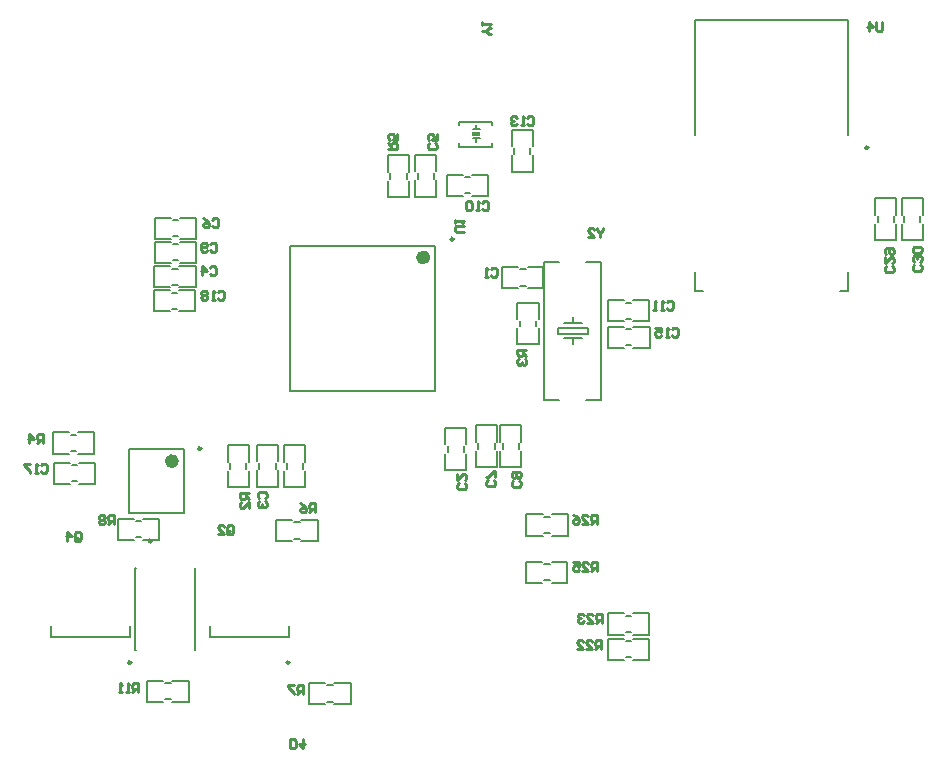
<source format=gbo>
G04*
G04 #@! TF.GenerationSoftware,Altium Limited,Altium Designer,20.2.6 (244)*
G04*
G04 Layer_Color=32896*
%FSTAX24Y24*%
%MOIN*%
G70*
G04*
G04 #@! TF.SameCoordinates,20AB1978-7CCD-4664-BF1E-2587ED644C09*
G04*
G04*
G04 #@! TF.FilePolarity,Positive*
G04*
G01*
G75*
%ADD10C,0.0079*%
%ADD11C,0.0098*%
%ADD12C,0.0100*%
%ADD15C,0.0070*%
%ADD16C,0.0236*%
%ADD18C,0.0050*%
%ADD123R,0.0250X0.0140*%
D10*
X02205Y0103D02*
X02275D01*
X02205Y01168D02*
X02275D01*
Y0103D02*
Y010829D01*
Y011134D02*
Y01168D01*
X02205Y011134D02*
Y01168D01*
Y0103D02*
Y010829D01*
X014796Y011106D02*
X015506D01*
Y010561D02*
Y011106D01*
X014796Y010561D02*
Y011106D01*
Y009728D02*
Y010256D01*
Y009728D02*
X015506D01*
Y010256D01*
X01577Y011106D02*
X01647D01*
X01577Y009726D02*
X01647D01*
X01577Y010576D02*
Y011106D01*
Y009726D02*
Y010271D01*
X01647Y009726D02*
Y010271D01*
Y010576D02*
Y011106D01*
X016859Y012919D02*
X021701D01*
X016859Y017761D02*
X021701D01*
X016859Y012919D02*
Y017761D01*
X021701Y012919D02*
Y017761D01*
X011514Y008847D02*
X013326D01*
X011514Y010973D02*
X013326D01*
X011514Y008847D02*
Y010973D01*
X013326Y008847D02*
Y010973D01*
X035481Y016243D02*
Y016873D01*
X030363Y016243D02*
X03065D01*
X030363D02*
Y016873D01*
X035193Y016243D02*
X035481D01*
Y02144D02*
Y025299D01*
X030363D02*
X035481D01*
X030363Y02144D02*
Y025299D01*
X008911Y004714D02*
Y005068D01*
Y004714D02*
X011549D01*
Y005068D01*
X01171Y004276D02*
Y007032D01*
X013692Y004276D02*
X01371D01*
X01171D02*
X011728D01*
X01371D02*
Y007032D01*
X013692D02*
X01371D01*
X01171D02*
X011728D01*
X012509Y00795D02*
Y00866D01*
X011964Y00795D02*
X012509D01*
X011964Y00866D02*
X012509D01*
X011131D02*
X011659D01*
X011131Y00795D02*
Y00866D01*
Y00795D02*
X011659D01*
X012117Y002554D02*
X012645D01*
X012117D02*
Y003264D01*
X012645D01*
X01295D02*
X013495D01*
X01295Y002554D02*
X013495D01*
Y003264D01*
X016829Y004714D02*
Y005068D01*
X014191Y004714D02*
X016829D01*
X014191D02*
Y005068D01*
X017789Y00791D02*
Y00862D01*
X017244Y00791D02*
X017789D01*
X017244Y00862D02*
X017789D01*
X016411D02*
X016939D01*
X016411Y00791D02*
Y00862D01*
Y00791D02*
X016939D01*
X018889Y00248D02*
Y00319D01*
X018344Y00248D02*
X018889D01*
X018344Y00319D02*
X018889D01*
X017511D02*
X018039D01*
X017511Y00248D02*
Y00319D01*
Y00248D02*
X018039D01*
X008971Y01083D02*
X009499D01*
X008971D02*
Y01154D01*
X009499D01*
X009804D02*
X010349D01*
X009804Y01083D02*
X010349D01*
Y01154D01*
X009Y00983D02*
Y01053D01*
X01038Y00983D02*
Y01053D01*
X009Y00983D02*
X009529D01*
X009834D02*
X01038D01*
X009834Y01053D02*
X01038D01*
X009D02*
X009529D01*
X024741Y00652D02*
Y00723D01*
X025286D01*
X024741Y00652D02*
X025286D01*
X025591D02*
X026119D01*
Y00723D01*
X025591D02*
X026119D01*
X024743Y008096D02*
Y008806D01*
X025288D01*
X024743Y008096D02*
X025288D01*
X025593D02*
X026121D01*
Y008806D01*
X025593D02*
X026121D01*
X027461Y00395D02*
X027989D01*
X027461D02*
Y00466D01*
X027989D01*
X028294D02*
X028839D01*
X028294Y00395D02*
X028839D01*
Y00466D01*
X027459Y004794D02*
X027987D01*
X027459D02*
Y005504D01*
X027987D01*
X028292D02*
X028837D01*
X028292Y004794D02*
X028837D01*
Y005504D01*
X03726Y01796D02*
Y018489D01*
Y018794D02*
Y01934D01*
X03796Y018794D02*
Y01934D01*
Y01796D02*
Y018489D01*
X03726Y01934D02*
X03796D01*
X03726Y01796D02*
X03796D01*
X03638D02*
Y018489D01*
Y018794D02*
Y01934D01*
X03708Y018794D02*
Y01934D01*
Y01796D02*
Y018489D01*
X03638Y01934D02*
X03708D01*
X03638Y01796D02*
X03708D01*
X024261Y021602D02*
X024961D01*
X024261Y020222D02*
X024961D01*
X024261Y021073D02*
Y021602D01*
Y020222D02*
Y020768D01*
X024961Y020222D02*
Y020768D01*
Y021073D02*
Y021602D01*
X0221Y01943D02*
Y02013D01*
X02348Y01943D02*
Y02013D01*
X0221Y01943D02*
X022629D01*
X022934D02*
X02348D01*
X022934Y02013D02*
X02348D01*
X0221D02*
X022629D01*
X02175Y020241D02*
Y02077D01*
Y01939D02*
Y019936D01*
X02105Y01939D02*
Y019936D01*
Y020241D02*
Y02077D01*
Y01939D02*
X02175D01*
X02105Y02077D02*
X02175D01*
X02445Y015331D02*
Y015859D01*
X02516D01*
Y015331D02*
Y015859D01*
Y014481D02*
Y015026D01*
X02445Y014481D02*
Y015026D01*
Y014481D02*
X02516D01*
X02532Y01635D02*
Y01705D01*
X02394Y01635D02*
Y01705D01*
X024791D02*
X02532D01*
X02394D02*
X024486D01*
X02394Y01635D02*
X024486D01*
X024791D02*
X02532D01*
X023069Y01039D02*
X023769D01*
X023069Y01177D02*
X023769D01*
Y01039D02*
Y010919D01*
Y011224D02*
Y01177D01*
X023069Y011224D02*
Y01177D01*
Y01039D02*
Y010919D01*
X02388Y01039D02*
Y010919D01*
Y011224D02*
Y01177D01*
X02458Y011224D02*
Y01177D01*
Y01039D02*
Y010919D01*
X02388Y01177D02*
X02458D01*
X02388Y01039D02*
X02458D01*
X02084Y019391D02*
Y019919D01*
X02013Y019391D02*
X02084D01*
X02013D02*
Y019919D01*
Y020224D02*
Y020769D01*
X02084Y020224D02*
Y020769D01*
X02013D02*
X02084D01*
X027474Y014361D02*
Y015061D01*
X028854Y014361D02*
Y015061D01*
X027474Y014361D02*
X028004D01*
X028309D02*
X028854D01*
X028309Y015061D02*
X028854D01*
X027474D02*
X028004D01*
X02746Y01524D02*
Y01594D01*
X02884Y01524D02*
Y01594D01*
X02746Y01524D02*
X027989D01*
X028294D02*
X02884D01*
X028294Y01594D02*
X02884D01*
X02746D02*
X027989D01*
X01236Y01719D02*
Y01789D01*
X01374Y01719D02*
Y01789D01*
X01236Y01719D02*
X012889D01*
X013194D02*
X01374D01*
X013194Y01789D02*
X01374D01*
X01236D02*
X012889D01*
X01236Y01799D02*
Y01869D01*
X01374Y01799D02*
Y01869D01*
X01236Y01799D02*
X012889D01*
X013194D02*
X01374D01*
X013194Y01869D02*
X01374D01*
X01236D02*
X012889D01*
X01235Y01638D02*
Y01708D01*
X01373Y01638D02*
Y01708D01*
X01235Y01638D02*
X012879D01*
X013184D02*
X01373D01*
X013184Y01708D02*
X01373D01*
X01235D02*
X012879D01*
X013712Y015579D02*
Y016279D01*
X012332Y015579D02*
Y016279D01*
X013183D02*
X013712D01*
X012332D02*
X012878D01*
X012332Y015579D02*
X012878D01*
X013183D02*
X013712D01*
X016679Y009726D02*
Y010255D01*
Y01056D02*
Y011106D01*
X017379Y01056D02*
Y011106D01*
Y009726D02*
Y010255D01*
X016679Y011106D02*
X017379D01*
X016679Y009726D02*
X017379D01*
D11*
X022321Y017978D02*
G03*
X022321Y017978I-000049J0D01*
G01*
X013906Y011004D02*
G03*
X013906Y011004I-000049J0D01*
G01*
X036148Y021031D02*
G03*
X036148Y021031I-000049J0D01*
G01*
X011571Y003867D02*
G03*
X011571Y003867I-000049J0D01*
G01*
X012259Y007918D02*
G03*
X012259Y007918I-000049J0D01*
G01*
X016851Y003867D02*
G03*
X016851Y003867I-000049J0D01*
G01*
D12*
X01686Y00101D02*
Y00131D01*
X01701D01*
X01706Y00126D01*
Y00106D01*
X01701Y00101D01*
X01686D01*
X01731Y00131D02*
Y00101D01*
X01716Y00116D01*
X01736D01*
X027315Y01835D02*
Y0183D01*
X027215Y0182D01*
X027116Y0183D01*
Y01835D01*
X027215Y0182D02*
Y018051D01*
X026816D02*
X027016D01*
X026816Y01825D01*
Y0183D01*
X026866Y01835D01*
X026966D01*
X027016Y0183D01*
X02357Y02481D02*
X02352D01*
X02342Y02491D01*
X02352Y02501D01*
X02357D01*
X02342Y02491D02*
X02327D01*
Y02511D02*
Y02521D01*
Y02516D01*
X02357D01*
X02352Y02511D01*
X03662Y025201D02*
Y024951D01*
X03657Y024901D01*
X03647D01*
X03642Y024951D01*
Y025201D01*
X03617Y024901D02*
Y025201D01*
X03632Y025051D01*
X03612D01*
X02267Y01823D02*
X02242D01*
X02237Y01828D01*
Y01838D01*
X02242Y01843D01*
X02267D01*
X02237Y01853D02*
Y01863D01*
Y01858D01*
X02267D01*
X02262Y01853D01*
X0271Y0085D02*
Y0088D01*
X02695D01*
X0269Y00875D01*
Y00865D01*
X02695Y0086D01*
X0271D01*
X027D02*
X0269Y0085D01*
X0266D02*
X0268D01*
X0266Y0087D01*
Y00875D01*
X02665Y0088D01*
X02675D01*
X0268Y00875D01*
X0263Y0088D02*
X0264Y00875D01*
X0265Y00865D01*
Y00855D01*
X02645Y0085D01*
X02635D01*
X0263Y00855D01*
Y0086D01*
X02635Y00865D01*
X0265D01*
X02711Y00691D02*
Y00721D01*
X02696D01*
X02691Y00716D01*
Y00706D01*
X02696Y00701D01*
X02711D01*
X02701D02*
X02691Y00691D01*
X02661D02*
X02681D01*
X02661Y00711D01*
Y00716D01*
X02666Y00721D01*
X02676D01*
X02681Y00716D01*
X02631Y00721D02*
X02651D01*
Y00706D01*
X02641Y00711D01*
X02636D01*
X02631Y00706D01*
Y00696D01*
X02636Y00691D01*
X02646D01*
X02651Y00696D01*
X02726Y0052D02*
Y0055D01*
X02711D01*
X02706Y00545D01*
Y00535D01*
X02711Y0053D01*
X02726D01*
X02716D02*
X02706Y0052D01*
X02676D02*
X02696D01*
X02676Y0054D01*
Y00545D01*
X02681Y0055D01*
X02691D01*
X02696Y00545D01*
X02666D02*
X02661Y0055D01*
X02651D01*
X02646Y00545D01*
Y0054D01*
X02651Y00535D01*
X02656D01*
X02651D01*
X02646Y0053D01*
Y00525D01*
X02651Y0052D01*
X02661D01*
X02666Y00525D01*
X02724Y00431D02*
Y00461D01*
X02709D01*
X02704Y00456D01*
Y00446D01*
X02709Y00441D01*
X02724D01*
X02714D02*
X02704Y00431D01*
X02674D02*
X02694D01*
X02674Y00451D01*
Y00456D01*
X02679Y00461D01*
X02689D01*
X02694Y00456D01*
X02644Y00431D02*
X02664D01*
X02644Y00451D01*
Y00456D01*
X02649Y00461D01*
X02659D01*
X02664Y00456D01*
X011815Y00288D02*
Y00318D01*
X011665D01*
X011615Y00313D01*
Y00303D01*
X011665Y00298D01*
X011815D01*
X011715D02*
X011615Y00288D01*
X011515D02*
X011415D01*
X011465D01*
Y00318D01*
X011515Y00313D01*
X011265Y00288D02*
X011165D01*
X011215D01*
Y00318D01*
X011265Y00313D01*
X01099Y00848D02*
Y00878D01*
X01084D01*
X01079Y00873D01*
Y00863D01*
X01084Y00858D01*
X01099D01*
X01089D02*
X01079Y00848D01*
X01069Y00873D02*
X01064Y00878D01*
X01054D01*
X01049Y00873D01*
Y00868D01*
X01054Y00863D01*
X01049Y00858D01*
Y00853D01*
X01054Y00848D01*
X01064D01*
X01069Y00853D01*
Y00858D01*
X01064Y00863D01*
X01069Y00868D01*
Y00873D01*
X01064Y00863D02*
X01054D01*
X01732Y00281D02*
Y00311D01*
X01717D01*
X01712Y00306D01*
Y00296D01*
X01717Y00291D01*
X01732D01*
X01722D02*
X01712Y00281D01*
X01702Y00311D02*
X01682D01*
Y00306D01*
X01702Y00286D01*
Y00281D01*
X01771Y00887D02*
Y00917D01*
X01756D01*
X01751Y00912D01*
Y00902D01*
X01756Y00897D01*
X01771D01*
X01761D02*
X01751Y00887D01*
X01721Y00917D02*
X01731Y00912D01*
X01741Y00902D01*
Y00892D01*
X01736Y00887D01*
X01726D01*
X01721Y00892D01*
Y00897D01*
X01726Y00902D01*
X01741D01*
X02015Y021D02*
X02045D01*
Y02115D01*
X0204Y0212D01*
X0203D01*
X02025Y02115D01*
Y021D01*
Y0211D02*
X02015Y0212D01*
X02045Y0215D02*
Y0213D01*
X0203D01*
X02035Y0214D01*
Y02145D01*
X0203Y0215D01*
X0202D01*
X02015Y02145D01*
Y02135D01*
X0202Y0213D01*
X00863Y01117D02*
Y01147D01*
X00848D01*
X00843Y01142D01*
Y01132D01*
X00848Y01127D01*
X00863D01*
X00853D02*
X00843Y01117D01*
X00818D02*
Y01147D01*
X00833Y01132D01*
X00813D01*
X02474Y0143D02*
X02444D01*
Y01415D01*
X02449Y0141D01*
X02459D01*
X02464Y01415D01*
Y0143D01*
Y0142D02*
X02474Y0141D01*
X02449Y014D02*
X02444Y01395D01*
Y01385D01*
X02449Y0138D01*
X02454D01*
X02459Y01385D01*
Y0139D01*
Y01385D01*
X02464Y0138D01*
X02469D01*
X02474Y01385D01*
Y01395D01*
X02469Y014D01*
X01549Y009501D02*
X01519D01*
Y009351D01*
X01524Y009301D01*
X01534D01*
X01539Y009351D01*
Y009501D01*
Y009401D02*
X01549Y009301D01*
Y009001D02*
Y009201D01*
X01529Y009001D01*
X01524D01*
X01519Y009051D01*
Y009151D01*
X01524Y009201D01*
X0097Y00797D02*
Y00817D01*
X00975Y00822D01*
X00985D01*
X0099Y00817D01*
Y00797D01*
X00985Y00792D01*
X00975D01*
X0098Y00802D02*
X0097Y00792D01*
X00975D02*
X0097Y00797D01*
X00945Y00792D02*
Y00822D01*
X0096Y00807D01*
X0094D01*
X01478Y00819D02*
Y00839D01*
X01483Y00844D01*
X01493D01*
X01498Y00839D01*
Y00819D01*
X01493Y00814D01*
X01483D01*
X01488Y00824D02*
X01478Y00814D01*
X01483D02*
X01478Y00819D01*
X01448Y00814D02*
X01468D01*
X01448Y00834D01*
Y00839D01*
X01453Y00844D01*
X01463D01*
X01468Y00839D01*
X03788Y01712D02*
X03793Y01707D01*
Y01697D01*
X03788Y01692D01*
X03768D01*
X03763Y01697D01*
Y01707D01*
X03768Y01712D01*
X03788Y01722D02*
X03793Y01727D01*
Y01737D01*
X03788Y01742D01*
X03783D01*
X03778Y01737D01*
Y01732D01*
Y01737D01*
X03773Y01742D01*
X03768D01*
X03763Y01737D01*
Y01727D01*
X03768Y01722D01*
X03788Y01752D02*
X03793Y01757D01*
Y01767D01*
X03788Y01772D01*
X03768D01*
X03763Y01767D01*
Y01757D01*
X03768Y01752D01*
X03788D01*
X036951Y017082D02*
X037001Y017032D01*
Y016932D01*
X036951Y016882D01*
X036751D01*
X036701Y016932D01*
Y017032D01*
X036751Y017082D01*
X036701Y017382D02*
Y017182D01*
X036901Y017382D01*
X036951D01*
X037001Y017332D01*
Y017232D01*
X036951Y017182D01*
X036751Y017482D02*
X036701Y017532D01*
Y017632D01*
X036751Y017682D01*
X036951D01*
X037001Y017632D01*
Y017532D01*
X036951Y017482D01*
X036901D01*
X036851Y017532D01*
Y017682D01*
X014465Y01621D02*
X014515Y01626D01*
X014615D01*
X014665Y01621D01*
Y01601D01*
X014615Y01596D01*
X014515D01*
X014465Y01601D01*
X014365Y01596D02*
X014265D01*
X014315D01*
Y01626D01*
X014365Y01621D01*
X014115D02*
X014065Y01626D01*
X013965D01*
X013915Y01621D01*
Y01616D01*
X013965Y01611D01*
X013915Y01606D01*
Y01601D01*
X013965Y01596D01*
X014065D01*
X014115Y01601D01*
Y01606D01*
X014065Y01611D01*
X014115Y01616D01*
Y01621D01*
X014065Y01611D02*
X013965D01*
X008555Y01044D02*
X008605Y01049D01*
X008705D01*
X008755Y01044D01*
Y01024D01*
X008705Y01019D01*
X008605D01*
X008555Y01024D01*
X008455Y01019D02*
X008355D01*
X008405D01*
Y01049D01*
X008455Y01044D01*
X008205Y01049D02*
X008005D01*
Y01044D01*
X008205Y01024D01*
Y01019D01*
X029595Y01498D02*
X029645Y01503D01*
X029745D01*
X029795Y01498D01*
Y01478D01*
X029745Y01473D01*
X029645D01*
X029595Y01478D01*
X029495Y01473D02*
X029395D01*
X029445D01*
Y01503D01*
X029495Y01498D01*
X029045Y01503D02*
X029245D01*
Y01488D01*
X029145Y01493D01*
X029095D01*
X029045Y01488D01*
Y01478D01*
X029095Y01473D01*
X029195D01*
X029245Y01478D01*
X024775Y02203D02*
X024825Y02208D01*
X024925D01*
X024975Y02203D01*
Y02183D01*
X024925Y02178D01*
X024825D01*
X024775Y02183D01*
X024675Y02178D02*
X024575D01*
X024625D01*
Y02208D01*
X024675Y02203D01*
X024425D02*
X024375Y02208D01*
X024275D01*
X024225Y02203D01*
Y02198D01*
X024275Y02193D01*
X024325D01*
X024275D01*
X024225Y02188D01*
Y02183D01*
X024275Y02178D01*
X024375D01*
X024425Y02183D01*
X029435Y01587D02*
X029485Y01592D01*
X029585D01*
X029635Y01587D01*
Y01567D01*
X029585Y01562D01*
X029485D01*
X029435Y01567D01*
X029335Y01562D02*
X029235D01*
X029285D01*
Y01592D01*
X029335Y01587D01*
X029085Y01562D02*
X028985D01*
X029035D01*
Y01592D01*
X029085Y01587D01*
X023285Y01919D02*
X023335Y01924D01*
X023435D01*
X023485Y01919D01*
Y01899D01*
X023435Y01894D01*
X023335D01*
X023285Y01899D01*
X023185Y01894D02*
X023085D01*
X023135D01*
Y01924D01*
X023185Y01919D01*
X022935D02*
X022885Y01924D01*
X022785D01*
X022735Y01919D01*
Y01899D01*
X022785Y01894D01*
X022885D01*
X022935Y01899D01*
Y01919D01*
X01422Y01781D02*
X01427Y01786D01*
X01437D01*
X01442Y01781D01*
Y01761D01*
X01437Y01756D01*
X01427D01*
X01422Y01761D01*
X01412D02*
X01407Y01756D01*
X01397D01*
X01392Y01761D01*
Y01781D01*
X01397Y01786D01*
X01407D01*
X01412Y01781D01*
Y01776D01*
X01407Y01771D01*
X01392D01*
X02451Y00993D02*
X02456Y00988D01*
Y00978D01*
X02451Y00973D01*
X02431D01*
X02426Y00978D01*
Y00988D01*
X02431Y00993D01*
X02451Y01003D02*
X02456Y01008D01*
Y01018D01*
X02451Y01023D01*
X02446D01*
X02441Y01018D01*
X02436Y01023D01*
X02431D01*
X02426Y01018D01*
Y01008D01*
X02431Y01003D01*
X02436D01*
X02441Y01008D01*
X02446Y01003D01*
X02451D01*
X02441Y01008D02*
Y01018D01*
X02367Y00994D02*
X02372Y00989D01*
Y00979D01*
X02367Y00974D01*
X02347D01*
X02342Y00979D01*
Y00989D01*
X02347Y00994D01*
X02372Y01004D02*
Y01024D01*
X02367D01*
X02347Y01004D01*
X02342D01*
X01428Y01862D02*
X01433Y01867D01*
X01443D01*
X01448Y01862D01*
Y01842D01*
X01443Y01837D01*
X01433D01*
X01428Y01842D01*
X01398Y01867D02*
X01408Y01862D01*
X01418Y01852D01*
Y01842D01*
X01413Y01837D01*
X01403D01*
X01398Y01842D01*
Y01847D01*
X01403Y01852D01*
X01418D01*
X02172Y02118D02*
X02177Y02113D01*
Y02103D01*
X02172Y02098D01*
X02152D01*
X02147Y02103D01*
Y02113D01*
X02152Y02118D01*
X02177Y02148D02*
Y02128D01*
X02162D01*
X02167Y02138D01*
Y02143D01*
X02162Y02148D01*
X02152D01*
X02147Y02143D01*
Y02133D01*
X02152Y02128D01*
X0142Y01703D02*
X01425Y01708D01*
X01435D01*
X0144Y01703D01*
Y01683D01*
X01435Y01678D01*
X01425D01*
X0142Y01683D01*
X01395Y01678D02*
Y01708D01*
X0141Y01693D01*
X0139D01*
X01584Y009336D02*
X01579Y009386D01*
Y009486D01*
X01584Y009536D01*
X01604D01*
X01609Y009486D01*
Y009386D01*
X01604Y009336D01*
X01584Y009236D02*
X01579Y009186D01*
Y009086D01*
X01584Y009036D01*
X01589D01*
X01594Y009086D01*
Y009136D01*
Y009086D01*
X01599Y009036D01*
X01604D01*
X01609Y009086D01*
Y009186D01*
X01604Y009236D01*
X0227Y00984D02*
X02275Y00979D01*
Y00969D01*
X0227Y00964D01*
X0225D01*
X02245Y00969D01*
Y00979D01*
X0225Y00984D01*
X02245Y01014D02*
Y00994D01*
X02265Y01014D01*
X0227D01*
X02275Y01009D01*
Y00999D01*
X0227Y00994D01*
X02356Y01697D02*
X02361Y01702D01*
X02371D01*
X02376Y01697D01*
Y01677D01*
X02371Y01672D01*
X02361D01*
X02356Y01677D01*
X02346Y01672D02*
X02336D01*
X02341D01*
Y01702D01*
X02346Y01697D01*
D15*
X022671Y010898D02*
Y011078D01*
X022131Y010898D02*
Y011078D01*
X01488Y010325D02*
Y010505D01*
X01542Y010325D02*
Y010505D01*
X015849Y010327D02*
Y010507D01*
X016389Y010327D02*
Y010507D01*
X011728Y008576D02*
X011908D01*
X011728Y008036D02*
X011908D01*
X012714Y00264D02*
X012894D01*
X012714Y00318D02*
X012894D01*
X017008Y008536D02*
X017188D01*
X017008Y007996D02*
X017188D01*
X018108Y003106D02*
X018288D01*
X018108Y002566D02*
X018288D01*
X009568Y010916D02*
X009748D01*
X009568Y011456D02*
X009748D01*
X009598Y009909D02*
X009778D01*
X009598Y010449D02*
X009778D01*
X025342Y006604D02*
X025522D01*
X025342Y007144D02*
X025522D01*
X025344Y00818D02*
X025524D01*
X025344Y00872D02*
X025524D01*
X028058Y004036D02*
X028238D01*
X028058Y004576D02*
X028238D01*
X028056Y00488D02*
X028236D01*
X028056Y00542D02*
X028236D01*
X037341Y018558D02*
Y018738D01*
X037881Y018558D02*
Y018738D01*
X036461Y018558D02*
Y018738D01*
X037001Y018558D02*
Y018738D01*
X02434Y020824D02*
Y021004D01*
X02488Y020824D02*
Y021004D01*
X022698Y019509D02*
X022878D01*
X022698Y020049D02*
X022878D01*
X021669Y019992D02*
Y020172D01*
X021129Y019992D02*
Y020172D01*
X024536Y015082D02*
Y015262D01*
X025076Y015082D02*
Y015262D01*
X024542Y016971D02*
X024722D01*
X024542Y016431D02*
X024722D01*
X02369Y010988D02*
Y011168D01*
X02315Y010988D02*
Y011168D01*
X023961Y010988D02*
Y011168D01*
X024501Y010988D02*
Y011168D01*
X020754Y019988D02*
Y020168D01*
X020214Y019988D02*
Y020168D01*
X028073Y01444D02*
X028253D01*
X028073Y01498D02*
X028253D01*
X028058Y015319D02*
X028238D01*
X028058Y015859D02*
X028238D01*
X012958Y017269D02*
X013138D01*
X012958Y017809D02*
X013138D01*
X012958Y018069D02*
X013138D01*
X012958Y018609D02*
X013138D01*
X012948Y016459D02*
X013128D01*
X012948Y016999D02*
X013128D01*
X012934Y0162D02*
X013114D01*
X012934Y01566D02*
X013114D01*
X01676Y010324D02*
Y010504D01*
X0173Y010324D02*
Y010504D01*
D16*
X021426Y017368D02*
G03*
X021426Y017368I-000118J0D01*
G01*
X01305Y010579D02*
G03*
X01305Y010579I-000118J0D01*
G01*
D18*
X022505Y021785D02*
Y021895D01*
X023605D01*
Y021785D02*
Y021895D01*
Y021065D02*
Y021175D01*
X022515Y021065D02*
Y021175D01*
Y021065D02*
X023605D01*
X023085Y021205D02*
Y021335D01*
X02296D02*
X02321D01*
X02296Y021635D02*
X02321D01*
X023085D02*
Y021785D01*
X025346Y01263D02*
Y01723D01*
X026746Y01263D02*
X027246D01*
X025346D02*
X025846D01*
X025346Y01723D02*
X025846D01*
X026296Y01448D02*
Y01468D01*
X025996D02*
X026596D01*
X025796Y01483D02*
X026796D01*
X025796D02*
Y01503D01*
X026796D01*
Y01483D02*
Y01503D01*
X025996Y01518D02*
X026596D01*
X026296D02*
Y01538D01*
X027246Y01263D02*
Y01723D01*
X026746D02*
X027246D01*
D123*
X02308Y021485D02*
D03*
M02*

</source>
